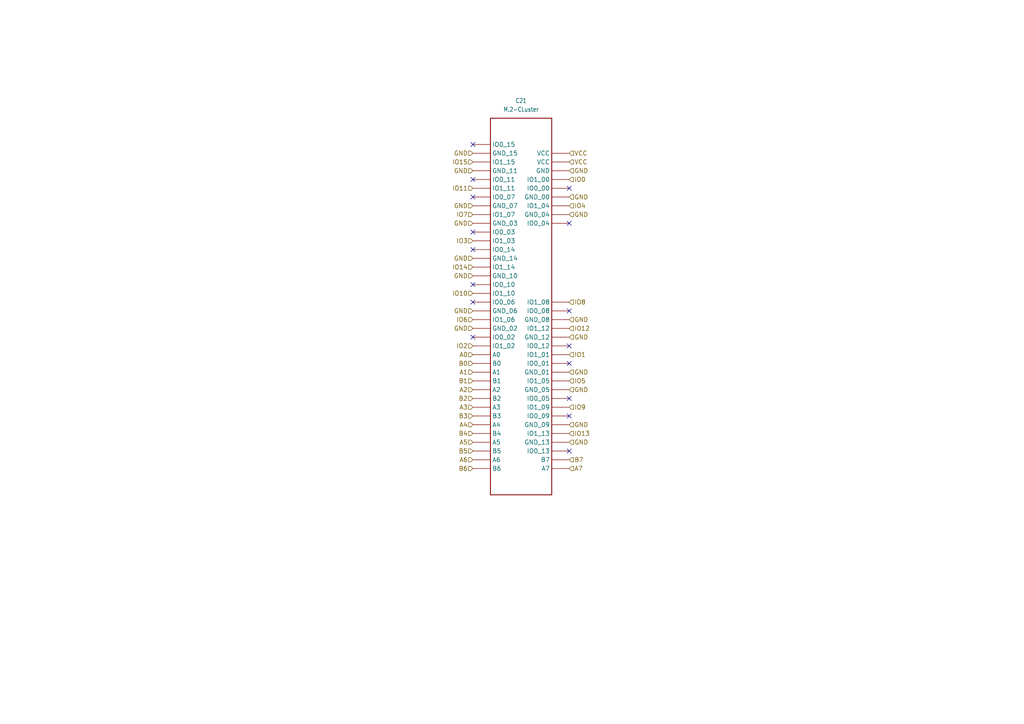
<source format=kicad_sch>
(kicad_sch
	(version 20250114)
	(generator "eeschema")
	(generator_version "9.0")
	(uuid "7b6937fe-31b8-421d-b8c5-f04927d98c3a")
	(paper "A4")
	(lib_symbols
		(symbol "bitluni:M.2-M-KEY_cluster_card"
			(exclude_from_sim no)
			(in_bom yes)
			(on_board yes)
			(property "Reference" "C"
				(at 0 109.474 0)
				(effects
					(font
						(size 1.27 1.0795)
					)
					(justify left bottom)
				)
			)
			(property "Value" "M.2-CLuster"
				(at 0 -2.54 0)
				(effects
					(font
						(size 1.27 1.0795)
					)
					(justify left bottom)
				)
			)
			(property "Footprint" "M.2-Templates:M.2-M-KEY cluster card"
				(at 0 0 0)
				(effects
					(font
						(size 1.27 1.27)
					)
					(hide yes)
				)
			)
			(property "Datasheet" ""
				(at 0 0 0)
				(effects
					(font
						(size 1.27 1.27)
					)
					(hide yes)
				)
			)
			(property "Description" ""
				(at 0 0 0)
				(effects
					(font
						(size 1.27 1.27)
					)
					(hide yes)
				)
			)
			(symbol "M.2-M-KEY_cluster_card_1_0"
				(polyline
					(pts
						(xy 0 109.22) (xy 17.78 109.22)
					)
					(stroke
						(width 0.254)
						(type default)
					)
					(fill
						(type none)
					)
				)
				(polyline
					(pts
						(xy 0 0) (xy 0 109.22)
					)
					(stroke
						(width 0.254)
						(type default)
					)
					(fill
						(type none)
					)
				)
				(polyline
					(pts
						(xy 17.78 109.22) (xy 17.78 0)
					)
					(stroke
						(width 0.254)
						(type default)
					)
					(fill
						(type none)
					)
				)
				(polyline
					(pts
						(xy 17.78 0) (xy 0 0)
					)
					(stroke
						(width 0.254)
						(type default)
					)
					(fill
						(type none)
					)
				)
				(pin bidirectional line
					(at -5.08 101.6 0)
					(length 5.08)
					(name "IO0_15"
						(effects
							(font
								(size 1.27 1.27)
							)
						)
					)
					(number "1"
						(effects
							(font
								(size 0 0)
							)
						)
					)
				)
				(pin bidirectional line
					(at -5.08 99.06 0)
					(length 5.08)
					(name "GND_15"
						(effects
							(font
								(size 1.27 1.27)
							)
						)
					)
					(number "2"
						(effects
							(font
								(size 0 0)
							)
						)
					)
				)
				(pin bidirectional line
					(at -5.08 96.52 0)
					(length 5.08)
					(name "IO1_15"
						(effects
							(font
								(size 1.27 1.27)
							)
						)
					)
					(number "3"
						(effects
							(font
								(size 0 0)
							)
						)
					)
				)
				(pin bidirectional line
					(at -5.08 93.98 0)
					(length 5.08)
					(name "GND_11"
						(effects
							(font
								(size 1.27 1.27)
							)
						)
					)
					(number "4"
						(effects
							(font
								(size 0 0)
							)
						)
					)
				)
				(pin bidirectional line
					(at -5.08 91.44 0)
					(length 5.08)
					(name "IO0_11"
						(effects
							(font
								(size 1.27 1.27)
							)
						)
					)
					(number "5"
						(effects
							(font
								(size 0 0)
							)
						)
					)
				)
				(pin bidirectional line
					(at -5.08 88.9 0)
					(length 5.08)
					(name "IO1_11"
						(effects
							(font
								(size 1.27 1.27)
							)
						)
					)
					(number "6"
						(effects
							(font
								(size 0 0)
							)
						)
					)
				)
				(pin bidirectional line
					(at -5.08 86.36 0)
					(length 5.08)
					(name "IO0_07"
						(effects
							(font
								(size 1.27 1.27)
							)
						)
					)
					(number "7"
						(effects
							(font
								(size 0 0)
							)
						)
					)
				)
				(pin bidirectional line
					(at -5.08 83.82 0)
					(length 5.08)
					(name "GND_07"
						(effects
							(font
								(size 1.27 1.27)
							)
						)
					)
					(number "8"
						(effects
							(font
								(size 0 0)
							)
						)
					)
				)
				(pin bidirectional line
					(at -5.08 81.28 0)
					(length 5.08)
					(name "IO1_07"
						(effects
							(font
								(size 1.27 1.27)
							)
						)
					)
					(number "9"
						(effects
							(font
								(size 0 0)
							)
						)
					)
				)
				(pin bidirectional line
					(at -5.08 78.74 0)
					(length 5.08)
					(name "GND_03"
						(effects
							(font
								(size 1.27 1.27)
							)
						)
					)
					(number "10"
						(effects
							(font
								(size 0 0)
							)
						)
					)
				)
				(pin bidirectional line
					(at -5.08 76.2 0)
					(length 5.08)
					(name "IO0_03"
						(effects
							(font
								(size 1.27 1.27)
							)
						)
					)
					(number "11"
						(effects
							(font
								(size 0 0)
							)
						)
					)
				)
				(pin bidirectional line
					(at -5.08 73.66 0)
					(length 5.08)
					(name "IO1_03"
						(effects
							(font
								(size 1.27 1.27)
							)
						)
					)
					(number "12"
						(effects
							(font
								(size 0 0)
							)
						)
					)
				)
				(pin bidirectional line
					(at -5.08 71.12 0)
					(length 5.08)
					(name "IO0_14"
						(effects
							(font
								(size 1.27 1.27)
							)
						)
					)
					(number "13"
						(effects
							(font
								(size 0 0)
							)
						)
					)
				)
				(pin bidirectional line
					(at -5.08 68.58 0)
					(length 5.08)
					(name "GND_14"
						(effects
							(font
								(size 1.27 1.27)
							)
						)
					)
					(number "14"
						(effects
							(font
								(size 0 0)
							)
						)
					)
				)
				(pin bidirectional line
					(at -5.08 66.04 0)
					(length 5.08)
					(name "IO1_14"
						(effects
							(font
								(size 1.27 1.27)
							)
						)
					)
					(number "15"
						(effects
							(font
								(size 0 0)
							)
						)
					)
				)
				(pin bidirectional line
					(at -5.08 63.5 0)
					(length 5.08)
					(name "GND_10"
						(effects
							(font
								(size 1.27 1.27)
							)
						)
					)
					(number "16"
						(effects
							(font
								(size 0 0)
							)
						)
					)
				)
				(pin bidirectional line
					(at -5.08 60.96 0)
					(length 5.08)
					(name "IO0_10"
						(effects
							(font
								(size 1.27 1.27)
							)
						)
					)
					(number "17"
						(effects
							(font
								(size 0 0)
							)
						)
					)
				)
				(pin bidirectional line
					(at -5.08 58.42 0)
					(length 5.08)
					(name "IO1_10"
						(effects
							(font
								(size 1.27 1.27)
							)
						)
					)
					(number "18"
						(effects
							(font
								(size 0 0)
							)
						)
					)
				)
				(pin bidirectional line
					(at -5.08 55.88 0)
					(length 5.08)
					(name "IO0_06"
						(effects
							(font
								(size 1.27 1.27)
							)
						)
					)
					(number "19"
						(effects
							(font
								(size 0 0)
							)
						)
					)
				)
				(pin bidirectional line
					(at -5.08 53.34 0)
					(length 5.08)
					(name "GND_06"
						(effects
							(font
								(size 1.27 1.27)
							)
						)
					)
					(number "20"
						(effects
							(font
								(size 0 0)
							)
						)
					)
				)
				(pin bidirectional line
					(at -5.08 50.8 0)
					(length 5.08)
					(name "IO1_06"
						(effects
							(font
								(size 1.27 1.27)
							)
						)
					)
					(number "21"
						(effects
							(font
								(size 0 0)
							)
						)
					)
				)
				(pin bidirectional line
					(at -5.08 48.26 0)
					(length 5.08)
					(name "GND_02"
						(effects
							(font
								(size 1.27 1.27)
							)
						)
					)
					(number "22"
						(effects
							(font
								(size 0 0)
							)
						)
					)
				)
				(pin bidirectional line
					(at -5.08 45.72 0)
					(length 5.08)
					(name "IO0_02"
						(effects
							(font
								(size 1.27 1.27)
							)
						)
					)
					(number "23"
						(effects
							(font
								(size 0 0)
							)
						)
					)
				)
				(pin bidirectional line
					(at -5.08 43.18 0)
					(length 5.08)
					(name "IO1_02"
						(effects
							(font
								(size 1.27 1.27)
							)
						)
					)
					(number "24"
						(effects
							(font
								(size 0 0)
							)
						)
					)
				)
				(pin bidirectional line
					(at -5.08 40.64 0)
					(length 5.08)
					(name "A0"
						(effects
							(font
								(size 1.27 1.27)
							)
						)
					)
					(number "25"
						(effects
							(font
								(size 0 0)
							)
						)
					)
				)
				(pin bidirectional line
					(at -5.08 38.1 0)
					(length 5.08)
					(name "B0"
						(effects
							(font
								(size 1.27 1.27)
							)
						)
					)
					(number "26"
						(effects
							(font
								(size 0 0)
							)
						)
					)
				)
				(pin bidirectional line
					(at -5.08 35.56 0)
					(length 5.08)
					(name "A1"
						(effects
							(font
								(size 1.27 1.27)
							)
						)
					)
					(number "27"
						(effects
							(font
								(size 0 0)
							)
						)
					)
				)
				(pin bidirectional line
					(at -5.08 33.02 0)
					(length 5.08)
					(name "B1"
						(effects
							(font
								(size 1.27 1.27)
							)
						)
					)
					(number "28"
						(effects
							(font
								(size 0 0)
							)
						)
					)
				)
				(pin bidirectional line
					(at -5.08 30.48 0)
					(length 5.08)
					(name "A2"
						(effects
							(font
								(size 1.27 1.27)
							)
						)
					)
					(number "29"
						(effects
							(font
								(size 0 0)
							)
						)
					)
				)
				(pin bidirectional line
					(at -5.08 27.94 0)
					(length 5.08)
					(name "B2"
						(effects
							(font
								(size 1.27 1.27)
							)
						)
					)
					(number "30"
						(effects
							(font
								(size 0 0)
							)
						)
					)
				)
				(pin bidirectional line
					(at -5.08 25.4 0)
					(length 5.08)
					(name "A3"
						(effects
							(font
								(size 1.27 1.27)
							)
						)
					)
					(number "31"
						(effects
							(font
								(size 0 0)
							)
						)
					)
				)
				(pin bidirectional line
					(at -5.08 22.86 0)
					(length 5.08)
					(name "B3"
						(effects
							(font
								(size 1.27 1.27)
							)
						)
					)
					(number "32"
						(effects
							(font
								(size 0 0)
							)
						)
					)
				)
				(pin bidirectional line
					(at -5.08 20.32 0)
					(length 5.08)
					(name "A4"
						(effects
							(font
								(size 1.27 1.27)
							)
						)
					)
					(number "33"
						(effects
							(font
								(size 0 0)
							)
						)
					)
				)
				(pin bidirectional line
					(at -5.08 17.78 0)
					(length 5.08)
					(name "B4"
						(effects
							(font
								(size 1.27 1.27)
							)
						)
					)
					(number "34"
						(effects
							(font
								(size 0 0)
							)
						)
					)
				)
				(pin bidirectional line
					(at -5.08 15.24 0)
					(length 5.08)
					(name "A5"
						(effects
							(font
								(size 1.27 1.27)
							)
						)
					)
					(number "35"
						(effects
							(font
								(size 0 0)
							)
						)
					)
				)
				(pin bidirectional line
					(at -5.08 12.7 0)
					(length 5.08)
					(name "B5"
						(effects
							(font
								(size 1.27 1.27)
							)
						)
					)
					(number "36"
						(effects
							(font
								(size 0 0)
							)
						)
					)
				)
				(pin bidirectional line
					(at -5.08 10.16 0)
					(length 5.08)
					(name "A6"
						(effects
							(font
								(size 1.27 1.27)
							)
						)
					)
					(number "37"
						(effects
							(font
								(size 0 0)
							)
						)
					)
				)
				(pin bidirectional line
					(at -5.08 7.62 0)
					(length 5.08)
					(name "B6"
						(effects
							(font
								(size 1.27 1.27)
							)
						)
					)
					(number "38"
						(effects
							(font
								(size 0 0)
							)
						)
					)
				)
				(pin bidirectional line
					(at 22.86 99.06 180)
					(length 5.08)
					(name "VCC"
						(effects
							(font
								(size 1.27 1.27)
							)
						)
					)
					(number "75"
						(effects
							(font
								(size 0 0)
							)
						)
					)
				)
				(pin bidirectional line
					(at 22.86 96.52 180)
					(length 5.08)
					(name "VCC"
						(effects
							(font
								(size 1.27 1.27)
							)
						)
					)
					(number "74"
						(effects
							(font
								(size 0 0)
							)
						)
					)
				)
				(pin bidirectional line
					(at 22.86 93.98 180)
					(length 5.08)
					(name "GND"
						(effects
							(font
								(size 1.27 1.27)
							)
						)
					)
					(number "73"
						(effects
							(font
								(size 0 0)
							)
						)
					)
				)
				(pin bidirectional line
					(at 22.86 91.44 180)
					(length 5.08)
					(name "IO1_00"
						(effects
							(font
								(size 1.27 1.27)
							)
						)
					)
					(number "72"
						(effects
							(font
								(size 0 0)
							)
						)
					)
				)
				(pin bidirectional line
					(at 22.86 88.9 180)
					(length 5.08)
					(name "IO0_00"
						(effects
							(font
								(size 1.27 1.27)
							)
						)
					)
					(number "71"
						(effects
							(font
								(size 0 0)
							)
						)
					)
				)
				(pin bidirectional line
					(at 22.86 86.36 180)
					(length 5.08)
					(name "GND_00"
						(effects
							(font
								(size 1.27 1.27)
							)
						)
					)
					(number "70"
						(effects
							(font
								(size 0 0)
							)
						)
					)
				)
				(pin bidirectional line
					(at 22.86 83.82 180)
					(length 5.08)
					(name "IO1_04"
						(effects
							(font
								(size 1.27 1.27)
							)
						)
					)
					(number "69"
						(effects
							(font
								(size 0 0)
							)
						)
					)
				)
				(pin bidirectional line
					(at 22.86 81.28 180)
					(length 5.08)
					(name "GND_04"
						(effects
							(font
								(size 1.27 1.27)
							)
						)
					)
					(number "68"
						(effects
							(font
								(size 0 0)
							)
						)
					)
				)
				(pin bidirectional line
					(at 22.86 78.74 180)
					(length 5.08)
					(name "IO0_04"
						(effects
							(font
								(size 1.27 1.27)
							)
						)
					)
					(number "67"
						(effects
							(font
								(size 0 0)
							)
						)
					)
				)
				(pin bidirectional line
					(at 22.86 55.88 180)
					(length 5.08)
					(name "IO1_08"
						(effects
							(font
								(size 1.27 1.27)
							)
						)
					)
					(number "58"
						(effects
							(font
								(size 0 0)
							)
						)
					)
				)
				(pin bidirectional line
					(at 22.86 53.34 180)
					(length 5.08)
					(name "IO0_08"
						(effects
							(font
								(size 1.27 1.27)
							)
						)
					)
					(number "57"
						(effects
							(font
								(size 0 0)
							)
						)
					)
				)
				(pin bidirectional line
					(at 22.86 50.8 180)
					(length 5.08)
					(name "GND_08"
						(effects
							(font
								(size 1.27 1.27)
							)
						)
					)
					(number "56"
						(effects
							(font
								(size 0 0)
							)
						)
					)
				)
				(pin bidirectional line
					(at 22.86 48.26 180)
					(length 5.08)
					(name "IO1_12"
						(effects
							(font
								(size 1.27 1.27)
							)
						)
					)
					(number "55"
						(effects
							(font
								(size 0 0)
							)
						)
					)
				)
				(pin bidirectional line
					(at 22.86 45.72 180)
					(length 5.08)
					(name "GND_12"
						(effects
							(font
								(size 1.27 1.27)
							)
						)
					)
					(number "54"
						(effects
							(font
								(size 0 0)
							)
						)
					)
				)
				(pin bidirectional line
					(at 22.86 43.18 180)
					(length 5.08)
					(name "IO0_12"
						(effects
							(font
								(size 1.27 1.27)
							)
						)
					)
					(number "53"
						(effects
							(font
								(size 0 0)
							)
						)
					)
				)
				(pin bidirectional line
					(at 22.86 40.64 180)
					(length 5.08)
					(name "IO1_01"
						(effects
							(font
								(size 1.27 1.27)
							)
						)
					)
					(number "52"
						(effects
							(font
								(size 0 0)
							)
						)
					)
				)
				(pin bidirectional line
					(at 22.86 38.1 180)
					(length 5.08)
					(name "IO0_01"
						(effects
							(font
								(size 1.27 1.27)
							)
						)
					)
					(number "51"
						(effects
							(font
								(size 0 0)
							)
						)
					)
				)
				(pin bidirectional line
					(at 22.86 35.56 180)
					(length 5.08)
					(name "GND_01"
						(effects
							(font
								(size 1.27 1.27)
							)
						)
					)
					(number "50"
						(effects
							(font
								(size 0 0)
							)
						)
					)
				)
				(pin bidirectional line
					(at 22.86 33.02 180)
					(length 5.08)
					(name "IO1_05"
						(effects
							(font
								(size 1.27 1.27)
							)
						)
					)
					(number "49"
						(effects
							(font
								(size 0 0)
							)
						)
					)
				)
				(pin bidirectional line
					(at 22.86 30.48 180)
					(length 5.08)
					(name "GND_05"
						(effects
							(font
								(size 1.27 1.27)
							)
						)
					)
					(number "48"
						(effects
							(font
								(size 0 0)
							)
						)
					)
				)
				(pin bidirectional line
					(at 22.86 27.94 180)
					(length 5.08)
					(name "IO0_05"
						(effects
							(font
								(size 1.27 1.27)
							)
						)
					)
					(number "47"
						(effects
							(font
								(size 0 0)
							)
						)
					)
				)
				(pin bidirectional line
					(at 22.86 25.4 180)
					(length 5.08)
					(name "IO1_09"
						(effects
							(font
								(size 1.27 1.27)
							)
						)
					)
					(number "46"
						(effects
							(font
								(size 0 0)
							)
						)
					)
				)
				(pin bidirectional line
					(at 22.86 22.86 180)
					(length 5.08)
					(name "IO0_09"
						(effects
							(font
								(size 1.27 1.27)
							)
						)
					)
					(number "45"
						(effects
							(font
								(size 0 0)
							)
						)
					)
				)
				(pin bidirectional line
					(at 22.86 20.32 180)
					(length 5.08)
					(name "GND_09"
						(effects
							(font
								(size 1.27 1.27)
							)
						)
					)
					(number "44"
						(effects
							(font
								(size 0 0)
							)
						)
					)
				)
				(pin bidirectional line
					(at 22.86 17.78 180)
					(length 5.08)
					(name "IO1_13"
						(effects
							(font
								(size 1.27 1.27)
							)
						)
					)
					(number "43"
						(effects
							(font
								(size 0 0)
							)
						)
					)
				)
				(pin bidirectional line
					(at 22.86 15.24 180)
					(length 5.08)
					(name "GND_13"
						(effects
							(font
								(size 1.27 1.27)
							)
						)
					)
					(number "42"
						(effects
							(font
								(size 0 0)
							)
						)
					)
				)
				(pin bidirectional line
					(at 22.86 12.7 180)
					(length 5.08)
					(name "IO0_13"
						(effects
							(font
								(size 1.27 1.27)
							)
						)
					)
					(number "41"
						(effects
							(font
								(size 0 0)
							)
						)
					)
				)
				(pin bidirectional line
					(at 22.86 10.16 180)
					(length 5.08)
					(name "B7"
						(effects
							(font
								(size 1.27 1.27)
							)
						)
					)
					(number "40"
						(effects
							(font
								(size 0 0)
							)
						)
					)
				)
				(pin bidirectional line
					(at 22.86 7.62 180)
					(length 5.08)
					(name "A7"
						(effects
							(font
								(size 1.27 1.27)
							)
						)
					)
					(number "39"
						(effects
							(font
								(size 0 0)
							)
						)
					)
				)
			)
			(embedded_fonts no)
		)
	)
	(no_connect
		(at 137.16 72.39)
		(uuid "03933429-e61a-4eec-87c6-3ccaa66de8a4")
	)
	(no_connect
		(at 165.1 105.41)
		(uuid "0d135578-dc7a-4422-b991-497b538a27d0")
	)
	(no_connect
		(at 165.1 115.57)
		(uuid "0d68c5c7-9e82-4b3d-b0a1-868712b09d21")
	)
	(no_connect
		(at 165.1 64.77)
		(uuid "3622bf1a-8078-47db-8144-66fec6dec74e")
	)
	(no_connect
		(at 165.1 100.33)
		(uuid "5b5964d9-28c3-48e1-a576-4c22a14deeaa")
	)
	(no_connect
		(at 137.16 82.55)
		(uuid "7e6d8d0b-8628-4874-8c0f-21b4558daeae")
	)
	(no_connect
		(at 137.16 41.91)
		(uuid "83f85a00-ca47-496e-86b2-716c7d017124")
	)
	(no_connect
		(at 165.1 130.81)
		(uuid "9f1730ae-fd47-457c-a9ab-24825a26b921")
	)
	(no_connect
		(at 137.16 97.79)
		(uuid "a4f6ac57-434b-4053-a01e-61965f15a35d")
	)
	(no_connect
		(at 137.16 67.31)
		(uuid "bed9023a-2db0-4e91-8a57-e9b78012f489")
	)
	(no_connect
		(at 137.16 57.15)
		(uuid "cb39445a-aa1c-48d0-b153-b1052b50831d")
	)
	(no_connect
		(at 165.1 54.61)
		(uuid "d9daafb3-04ea-4534-8836-f4d7035f1170")
	)
	(no_connect
		(at 137.16 52.07)
		(uuid "e3638820-567f-461a-b162-5644d1c405ab")
	)
	(no_connect
		(at 137.16 87.63)
		(uuid "e70889d9-1535-4d37-bf17-13a6f9282fb0")
	)
	(no_connect
		(at 165.1 120.65)
		(uuid "f18971c0-7a7f-4ea0-8d02-dbc093c234f1")
	)
	(no_connect
		(at 165.1 90.17)
		(uuid "fa8d1e17-e730-47b9-a1ad-86b8b4714a70")
	)
	(hierarchical_label "GND"
		(shape input)
		(at 165.1 97.79 0)
		(effects
			(font
				(size 1.27 1.27)
			)
			(justify left)
		)
		(uuid "00a4b412-ef0c-458e-a465-b0d6a4f9b622")
	)
	(hierarchical_label "B6"
		(shape input)
		(at 137.16 135.89 180)
		(effects
			(font
				(size 1.27 1.27)
			)
			(justify right)
		)
		(uuid "1e1470e7-bdb8-4745-ab5e-8354f358d2d8")
	)
	(hierarchical_label "A2"
		(shape input)
		(at 137.16 113.03 180)
		(effects
			(font
				(size 1.27 1.27)
			)
			(justify right)
		)
		(uuid "1fee951e-280d-40fc-909e-58dac94c0b8b")
	)
	(hierarchical_label "IO6"
		(shape input)
		(at 137.16 92.71 180)
		(effects
			(font
				(size 1.27 1.27)
			)
			(justify right)
		)
		(uuid "3458460d-19e2-42af-9951-b7cd42158319")
	)
	(hierarchical_label "GND"
		(shape input)
		(at 165.1 92.71 0)
		(effects
			(font
				(size 1.27 1.27)
			)
			(justify left)
		)
		(uuid "36695f57-1a41-4d03-a0bb-fa5bcdd2f6c3")
	)
	(hierarchical_label "GND"
		(shape input)
		(at 137.16 64.77 180)
		(effects
			(font
				(size 1.27 1.27)
			)
			(justify right)
		)
		(uuid "3aab7eef-e8b0-404e-80b5-38daf3ead646")
	)
	(hierarchical_label "IO15"
		(shape input)
		(at 137.16 46.99 180)
		(effects
			(font
				(size 1.27 1.27)
			)
			(justify right)
		)
		(uuid "47fc574b-3026-4285-8236-41ab29c8bcf6")
	)
	(hierarchical_label "A4"
		(shape input)
		(at 137.16 123.19 180)
		(effects
			(font
				(size 1.27 1.27)
			)
			(justify right)
		)
		(uuid "51be61ee-ed29-4beb-977c-3ac4866a6263")
	)
	(hierarchical_label "A7"
		(shape input)
		(at 165.1 135.89 0)
		(effects
			(font
				(size 1.27 1.27)
			)
			(justify left)
		)
		(uuid "57814384-af07-4a2f-999b-c1c939ebe7bf")
	)
	(hierarchical_label "B4"
		(shape input)
		(at 137.16 125.73 180)
		(effects
			(font
				(size 1.27 1.27)
			)
			(justify right)
		)
		(uuid "5adb271a-9a32-4adc-b985-2d665ca59b3a")
	)
	(hierarchical_label "IO3"
		(shape input)
		(at 137.16 69.85 180)
		(effects
			(font
				(size 1.27 1.27)
			)
			(justify right)
		)
		(uuid "5eb0600f-bb5f-4702-b04e-1592eb0b968d")
	)
	(hierarchical_label "B2"
		(shape input)
		(at 137.16 115.57 180)
		(effects
			(font
				(size 1.27 1.27)
			)
			(justify right)
		)
		(uuid "5fd51187-761c-41ba-8083-7839c515a5a0")
	)
	(hierarchical_label "IO10"
		(shape input)
		(at 137.16 85.09 180)
		(effects
			(font
				(size 1.27 1.27)
			)
			(justify right)
		)
		(uuid "61266b28-c7a5-4068-987f-24ab8741b7a8")
	)
	(hierarchical_label "IO1"
		(shape input)
		(at 165.1 102.87 0)
		(effects
			(font
				(size 1.27 1.27)
			)
			(justify left)
		)
		(uuid "690a9d7d-cd65-45eb-a69b-deea3e6adaf1")
	)
	(hierarchical_label "IO8"
		(shape input)
		(at 165.1 87.63 0)
		(effects
			(font
				(size 1.27 1.27)
			)
			(justify left)
		)
		(uuid "724182d5-ac1c-4f75-80e6-99f45dec89ec")
	)
	(hierarchical_label "IO4"
		(shape input)
		(at 165.1 59.69 0)
		(effects
			(font
				(size 1.27 1.27)
			)
			(justify left)
		)
		(uuid "726bd36f-817e-4bb1-a7c9-467d996c49bc")
	)
	(hierarchical_label "IO7"
		(shape input)
		(at 137.16 62.23 180)
		(effects
			(font
				(size 1.27 1.27)
			)
			(justify right)
		)
		(uuid "7e0a3418-b39a-4abd-810c-004e7ba5ac22")
	)
	(hierarchical_label "GND"
		(shape input)
		(at 137.16 95.25 180)
		(effects
			(font
				(size 1.27 1.27)
			)
			(justify right)
		)
		(uuid "7e2bacd2-4c3a-48da-9c39-94b015cd993c")
	)
	(hierarchical_label "IO12"
		(shape input)
		(at 165.1 95.25 0)
		(effects
			(font
				(size 1.27 1.27)
			)
			(justify left)
		)
		(uuid "7f70bda7-98ab-4afb-a10f-13b1915a5e3b")
	)
	(hierarchical_label "IO9"
		(shape input)
		(at 165.1 118.11 0)
		(effects
			(font
				(size 1.27 1.27)
			)
			(justify left)
		)
		(uuid "8246174c-bd95-42ec-a5a0-bc7866a17dca")
	)
	(hierarchical_label "GND"
		(shape input)
		(at 165.1 62.23 0)
		(effects
			(font
				(size 1.27 1.27)
			)
			(justify left)
		)
		(uuid "85d34c12-8f0e-4282-a418-36649b1f65ef")
	)
	(hierarchical_label "GND"
		(shape input)
		(at 165.1 107.95 0)
		(effects
			(font
				(size 1.27 1.27)
			)
			(justify left)
		)
		(uuid "8b42ca44-bb7b-49a5-98fb-2be19c709a86")
	)
	(hierarchical_label "B1"
		(shape input)
		(at 137.16 110.49 180)
		(effects
			(font
				(size 1.27 1.27)
			)
			(justify right)
		)
		(uuid "8b81f951-c585-4454-b4c7-92367c8b0bd5")
	)
	(hierarchical_label "A5"
		(shape input)
		(at 137.16 128.27 180)
		(effects
			(font
				(size 1.27 1.27)
			)
			(justify right)
		)
		(uuid "8f7f8d47-b76f-4c7d-8139-ffa42ac661ac")
	)
	(hierarchical_label "A0"
		(shape input)
		(at 137.16 102.87 180)
		(effects
			(font
				(size 1.27 1.27)
			)
			(justify right)
		)
		(uuid "94cc1d95-a45b-4b34-956a-0b443424a58f")
	)
	(hierarchical_label "VCC"
		(shape input)
		(at 165.1 44.45 0)
		(effects
			(font
				(size 1.27 1.27)
			)
			(justify left)
		)
		(uuid "a910178e-f30b-402f-8f7f-d79eb2dc4223")
	)
	(hierarchical_label "GND"
		(shape input)
		(at 137.16 49.53 180)
		(effects
			(font
				(size 1.27 1.27)
			)
			(justify right)
		)
		(uuid "ac7c78e1-16f3-4623-aa76-58c41b40f45f")
	)
	(hierarchical_label "A3"
		(shape input)
		(at 137.16 118.11 180)
		(effects
			(font
				(size 1.27 1.27)
			)
			(justify right)
		)
		(uuid "aeb0c5d8-ac2c-45ef-93b3-8bf4b4f89710")
	)
	(hierarchical_label "IO2"
		(shape input)
		(at 137.16 100.33 180)
		(effects
			(font
				(size 1.27 1.27)
			)
			(justify right)
		)
		(uuid "b1c12bb1-be4d-48a4-9e5e-564aa21d1eec")
	)
	(hierarchical_label "B3"
		(shape input)
		(at 137.16 120.65 180)
		(effects
			(font
				(size 1.27 1.27)
			)
			(justify right)
		)
		(uuid "b615ab3f-700e-4b32-9613-fd1c38f29b06")
	)
	(hierarchical_label "GND"
		(shape input)
		(at 137.16 59.69 180)
		(effects
			(font
				(size 1.27 1.27)
			)
			(justify right)
		)
		(uuid "b8a6d136-b21b-45a7-8995-a2472e4a3923")
	)
	(hierarchical_label "GND"
		(shape input)
		(at 137.16 90.17 180)
		(effects
			(font
				(size 1.27 1.27)
			)
			(justify right)
		)
		(uuid "bba7b815-d5ac-4cc8-9eb6-dc611c683625")
	)
	(hierarchical_label "B0"
		(shape input)
		(at 137.16 105.41 180)
		(effects
			(font
				(size 1.27 1.27)
			)
			(justify right)
		)
		(uuid "be792f96-6406-4593-b426-4a4bdb87bf41")
	)
	(hierarchical_label "GND"
		(shape input)
		(at 165.1 113.03 0)
		(effects
			(font
				(size 1.27 1.27)
			)
			(justify left)
		)
		(uuid "c399dcbc-d41e-4c6a-9bb5-6a0036dc4c39")
	)
	(hierarchical_label "GND"
		(shape input)
		(at 137.16 44.45 180)
		(effects
			(font
				(size 1.27 1.27)
			)
			(justify right)
		)
		(uuid "c4ca9ac4-6618-43df-9a2c-6d1faf611cdf")
	)
	(hierarchical_label "GND"
		(shape input)
		(at 165.1 123.19 0)
		(effects
			(font
				(size 1.27 1.27)
			)
			(justify left)
		)
		(uuid "c7f9f79c-8af2-44c6-b9f7-8b68b483fa87")
	)
	(hierarchical_label "IO0"
		(shape input)
		(at 165.1 52.07 0)
		(effects
			(font
				(size 1.27 1.27)
			)
			(justify left)
		)
		(uuid "d0093042-e51f-4b02-8ce9-1ae7883c1cc1")
	)
	(hierarchical_label "GND"
		(shape input)
		(at 137.16 80.01 180)
		(effects
			(font
				(size 1.27 1.27)
			)
			(justify right)
		)
		(uuid "d03dc317-154d-4242-b5da-bf54f8fe9284")
	)
	(hierarchical_label "IO14"
		(shape input)
		(at 137.16 77.47 180)
		(effects
			(font
				(size 1.27 1.27)
			)
			(justify right)
		)
		(uuid "d073a4a7-20eb-44fa-8d90-5755b478120c")
	)
	(hierarchical_label "A6"
		(shape input)
		(at 137.16 133.35 180)
		(effects
			(font
				(size 1.27 1.27)
			)
			(justify right)
		)
		(uuid "d2b28624-a577-4573-9d69-af0857fe42f7")
	)
	(hierarchical_label "VCC"
		(shape input)
		(at 165.1 46.99 0)
		(effects
			(font
				(size 1.27 1.27)
			)
			(justify left)
		)
		(uuid "d475c3ed-f833-4482-a5f8-3a4e7924dcbf")
	)
	(hierarchical_label "GND"
		(shape input)
		(at 165.1 128.27 0)
		(effects
			(font
				(size 1.27 1.27)
			)
			(justify left)
		)
		(uuid "d71ccd9a-d293-4796-a7fd-5d766560511a")
	)
	(hierarchical_label "A1"
		(shape input)
		(at 137.16 107.95 180)
		(effects
			(font
				(size 1.27 1.27)
			)
			(justify right)
		)
		(uuid "d79dff8f-944d-43df-9603-40fd2b546ee7")
	)
	(hierarchical_label "IO11"
		(shape input)
		(at 137.16 54.61 180)
		(effects
			(font
				(size 1.27 1.27)
			)
			(justify right)
		)
		(uuid "d7df3b06-ba91-4b3b-8977-468c4e8ee48b")
	)
	(hierarchical_label "IO5"
		(shape input)
		(at 165.1 110.49 0)
		(effects
			(font
				(size 1.27 1.27)
			)
			(justify left)
		)
		(uuid "d8a7b9e7-afc2-438d-a7f9-a37abf74179b")
	)
	(hierarchical_label "IO13"
		(shape input)
		(at 165.1 125.73 0)
		(effects
			(font
				(size 1.27 1.27)
			)
			(justify left)
		)
		(uuid "ec1d6476-37b5-4b89-b3b3-95f27016b20f")
	)
	(hierarchical_label "B7"
		(shape input)
		(at 165.1 133.35 0)
		(effects
			(font
				(size 1.27 1.27)
			)
			(justify left)
		)
		(uuid "edcce8f2-7242-4a88-99c3-bc13f7e0873a")
	)
	(hierarchical_label "GND"
		(shape input)
		(at 165.1 57.15 0)
		(effects
			(font
				(size 1.27 1.27)
			)
			(justify left)
		)
		(uuid "ef5b1a23-ce03-44ed-85a3-a77976a2c1ec")
	)
	(hierarchical_label "GND"
		(shape input)
		(at 165.1 49.53 0)
		(effects
			(font
				(size 1.27 1.27)
			)
			(justify left)
		)
		(uuid "f3734b82-65f4-4428-9a08-bfdb275991f2")
	)
	(hierarchical_label "GND"
		(shape input)
		(at 137.16 74.93 180)
		(effects
			(font
				(size 1.27 1.27)
			)
			(justify right)
		)
		(uuid "fa38b550-dab8-40d4-a95b-1411d3feb88d")
	)
	(hierarchical_label "B5"
		(shape input)
		(at 137.16 130.81 180)
		(effects
			(font
				(size 1.27 1.27)
			)
			(justify right)
		)
		(uuid "ff95476d-e3c1-49a6-8f2f-149e31d969d8")
	)
	(symbol
		(lib_id "bitluni:M.2-M-KEY_cluster_card")
		(at 142.24 143.51 0)
		(unit 1)
		(exclude_from_sim no)
		(in_bom yes)
		(on_board yes)
		(dnp no)
		(fields_autoplaced yes)
		(uuid "06290b69-0636-4c98-b1ef-3be14204c7ab")
		(property "Reference" "C5"
			(at 151.13 29.21 0)
			(effects
				(font
					(size 1.27 1.0795)
				)
			)
		)
		(property "Value" "M.2-CLuster"
			(at 151.13 31.75 0)
			(effects
				(font
					(size 1.27 1.0795)
				)
			)
		)
		(property "Footprint" "Basics:M.2-Vertical-short Pads"
			(at 142.24 143.51 0)
			(effects
				(font
					(size 1.27 1.27)
				)
				(hide yes)
			)
		)
		(property "Datasheet" ""
			(at 142.24 143.51 0)
			(effects
				(font
					(size 1.27 1.27)
				)
				(hide yes)
			)
		)
		(property "Description" ""
			(at 142.24 143.51 0)
			(effects
				(font
					(size 1.27 1.27)
				)
				(hide yes)
			)
		)
		(pin "48"
			(uuid "7d35936c-25a0-457f-b028-e5f23985962c")
		)
		(pin "20"
			(uuid "bbdaef01-30d4-430b-ba10-08b61c16cc63")
		)
		(pin "41"
			(uuid "437ee046-ec54-4979-b615-1a72d759709b")
		)
		(pin "45"
			(uuid "0d2fdd4f-bc80-455e-ad83-14f77eeaf2a9")
		)
		(pin "58"
			(uuid "4d23cd0d-7c2e-477e-8586-61d837dd4903")
		)
		(pin "49"
			(uuid "f1e23f49-5756-441a-afa7-2c8a1ee7b9c7")
		)
		(pin "55"
			(uuid "074b2ef8-64fa-493f-b4a9-8514c357fa7e")
		)
		(pin "71"
			(uuid "f085d42e-e86c-4aca-9534-d140885b7529")
		)
		(pin "57"
			(uuid "d8bc54eb-8432-4dac-aa4b-b699e5b56695")
		)
		(pin "31"
			(uuid "d13e2282-2298-4e74-bc82-c849ec5afd99")
		)
		(pin "47"
			(uuid "ed385efa-98aa-47a4-a087-87866fb9f036")
		)
		(pin "22"
			(uuid "a1a44f1c-9eeb-493f-8be1-1883cb9e7805")
		)
		(pin "32"
			(uuid "bb4d2fba-710f-4a31-9ae3-f766a330e0b9")
		)
		(pin "56"
			(uuid "99a4d8e7-2b0d-4070-8d29-51682fadf6b8")
		)
		(pin "38"
			(uuid "ce8650ba-97e2-4c65-a20c-b7dd8969e701")
		)
		(pin "27"
			(uuid "7399d021-ab56-45e1-a4b3-d4bd1a25a5d3")
		)
		(pin "72"
			(uuid "98ba2461-f0b9-4fcd-9cea-1f0ecb7ffbb2")
		)
		(pin "23"
			(uuid "bb54c895-5964-4fac-9629-62ed450bd6a8")
		)
		(pin "40"
			(uuid "8b5afb0b-7e09-48b8-80ec-df158b3e7fb5")
		)
		(pin "67"
			(uuid "931c0fcc-dd6e-475c-b2b9-ae098e6cc1f5")
		)
		(pin "68"
			(uuid "76afa9bc-ffc2-4da0-8898-a29a98ff48b4")
		)
		(pin "37"
			(uuid "a4806ef5-d802-4ae1-bc32-dd07cfdaa532")
		)
		(pin "36"
			(uuid "1fba7684-b14f-4d92-91ab-59a03eb047ee")
		)
		(pin "73"
			(uuid "4496f603-54c5-487a-abd5-260baadc7d0d")
		)
		(pin "28"
			(uuid "8ed0d803-082a-4a62-8363-e2b9074f0cde")
		)
		(pin "52"
			(uuid "40f162de-4aff-4e1d-a272-7da66a2dff6d")
		)
		(pin "42"
			(uuid "2e120115-a2c9-4146-bfea-58c4d5aa77b2")
		)
		(pin "75"
			(uuid "f2c20c45-d12c-422d-bf92-b2995321c576")
		)
		(pin "46"
			(uuid "6fcc3807-ef14-420b-b973-460c25f620e1")
		)
		(pin "34"
			(uuid "eb75db49-02ca-44a6-9070-ebf9f14b3f63")
		)
		(pin "51"
			(uuid "f93a099b-3710-4ec3-ba3a-50e015434f55")
		)
		(pin "39"
			(uuid "a05f353a-e297-43af-b65f-fdacd140e203")
		)
		(pin "30"
			(uuid "14bb0c61-71f1-455e-ac84-45c3a17eb449")
		)
		(pin "21"
			(uuid "760ea0c9-608e-44dc-8710-eb70016c86ec")
		)
		(pin "35"
			(uuid "c08dd8af-4946-4eee-a6c6-b2f112671ea2")
		)
		(pin "69"
			(uuid "9cfff675-3580-47a0-aec9-6a3ce6942773")
		)
		(pin "50"
			(uuid "053470ce-f620-4d16-83b3-4e7a8df4b601")
		)
		(pin "16"
			(uuid "0fb71ba5-9510-438f-84d6-835a0d63b403")
		)
		(pin "18"
			(uuid "c858d719-4b40-4ff3-8445-5a0381c0fb19")
		)
		(pin "17"
			(uuid "a73fb8ea-482e-46c7-bd96-759de820adfb")
		)
		(pin "33"
			(uuid "da694de4-8e1a-4319-956e-7e95b84cefb7")
		)
		(pin "54"
			(uuid "fc000955-7eaa-449c-a911-35fd999d2d41")
		)
		(pin "53"
			(uuid "619a0bed-9bd7-4feb-975f-a5f1d9d93969")
		)
		(pin "25"
			(uuid "596b24c1-591a-4547-9a7a-4fa5daa6e6c4")
		)
		(pin "29"
			(uuid "aafb05c8-2d83-4c62-aabc-42ac291bcb9c")
		)
		(pin "1"
			(uuid "9e121541-04a7-48ed-9724-728141132224")
		)
		(pin "74"
			(uuid "fe368eac-c87c-4dbe-8ad9-9dbdf6ca8110")
		)
		(pin "12"
			(uuid "24fb6926-5e3e-4fdc-85b3-48d592b14bfb")
		)
		(pin "44"
			(uuid "a5e5e0ca-e9f3-4f3b-9cfc-c53d9cbf6b17")
		)
		(pin "14"
			(uuid "9d9fd9f9-64d0-4c52-a82e-571cd1966b49")
		)
		(pin "43"
			(uuid "bec3ab1b-c24e-4bff-a593-5649113e62b2")
		)
		(pin "4"
			(uuid "024480eb-355b-45b1-9931-2d65b59a8b53")
		)
		(pin "6"
			(uuid "40241fde-c33d-4a7d-8cde-18f57efd868d")
		)
		(pin "3"
			(uuid "16431e49-d03f-49c2-acb5-9d289710e1c5")
		)
		(pin "26"
			(uuid "3530f390-4585-4787-8e55-58ad8acb801d")
		)
		(pin "70"
			(uuid "7f450756-e0df-47cf-925e-5ad343f293f3")
		)
		(pin "5"
			(uuid "28f743f3-c5cd-48cd-a531-289dc484b269")
		)
		(pin "7"
			(uuid "68dc925d-7ac9-45ae-83fc-738681e94882")
		)
		(pin "11"
			(uuid "30046b1b-5293-49db-8da9-9fb8673d72d3")
		)
		(pin "13"
			(uuid "529c77ec-3068-4835-9958-ccb9b04fe83b")
		)
		(pin "15"
			(uuid "6d3ce1c6-7e6f-403f-8301-fb91603cf668")
		)
		(pin "24"
			(uuid "9c6d4277-50af-4860-9cf1-b2c2314d4cec")
		)
		(pin "19"
			(uuid "a73a2790-6886-4a39-8b74-26f50ac2969c")
		)
		(pin "9"
			(uuid "314a82e2-733c-4d97-a76f-53ddd8fb5074")
		)
		(pin "2"
			(uuid "11fedab6-e71e-400f-b576-80359bfd98b5")
		)
		(pin "8"
			(uuid "9570fea8-0117-4f89-88c5-06e119e42678")
		)
		(pin "10"
			(uuid "c2e8a1d5-f9f6-455c-87c7-d90a3867fc42")
		)
		(instances
			(project "clusterbase"
				(path "/5bc96090-3698-476b-b605-12718a715360/1491aea9-fa72-4149-8f41-ac4efcf6589d"
					(reference "C21")
					(unit 1)
				)
				(path "/5bc96090-3698-476b-b605-12718a715360/29f6b2fd-76d5-4cc2-bb3b-63a581a5a6c4"
					(reference "C19")
					(unit 1)
				)
				(path "/5bc96090-3698-476b-b605-12718a715360/2ce26d2a-e111-4c66-a343-1067655b684d"
					(reference "C7")
					(unit 1)
				)
				(path "/5bc96090-3698-476b-b605-12718a715360/3c78b27a-9658-4e8b-9f73-c5982ed71341"
					(reference "C14")
					(unit 1)
				)
				(path "/5bc96090-3698-476b-b605-12718a715360/4dc4addf-a051-4d38-9126-c1a680d3cb84"
					(reference "C6")
					(unit 1)
				)
				(path "/5bc96090-3698-476b-b605-12718a715360/5fbf105e-6ab5-494d-88a4-98e95d6b60fd"
					(reference "C18")
					(unit 1)
				)
				(path "/5bc96090-3698-476b-b605-12718a715360/99766ee9-5be6-4569-97d2-c2a8876edb23"
					(reference "C5")
					(unit 1)
				)
				(path "/5bc96090-3698-476b-b605-12718a715360/a5287130-9609-45cd-9a32-2aabedd6ea75"
					(reference "C13")
					(unit 1)
				)
				(path "/5bc96090-3698-476b-b605-12718a715360/bed8c149-3a0b-4ee0-adaf-5bbc28f4e51b"
					(reference "C9")
					(unit 1)
				)
				(path "/5bc96090-3698-476b-b605-12718a715360/f7f9a377-938e-4f4e-877a-f101f55ddd1d"
					(reference "C20")
					(unit 1)
				)
			)
		)
	)
)

</source>
